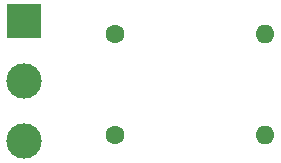
<source format=gbr>
%TF.GenerationSoftware,KiCad,Pcbnew,9.0.1*%
%TF.CreationDate,2025-05-02T23:13:34-05:00*%
%TF.ProjectId,Divisor pcb,44697669-736f-4722-9070-63622e6b6963,rev?*%
%TF.SameCoordinates,Original*%
%TF.FileFunction,Soldermask,Bot*%
%TF.FilePolarity,Negative*%
%FSLAX46Y46*%
G04 Gerber Fmt 4.6, Leading zero omitted, Abs format (unit mm)*
G04 Created by KiCad (PCBNEW 9.0.1) date 2025-05-02 23:13:34*
%MOMM*%
%LPD*%
G01*
G04 APERTURE LIST*
%ADD10R,3.000000X3.000000*%
%ADD11C,3.000000*%
%ADD12C,1.600000*%
%ADD13O,1.600000X1.600000*%
G04 APERTURE END LIST*
D10*
%TO.C,J1*%
X134000000Y-86420000D03*
D11*
X134000000Y-91500000D03*
X134000000Y-96580000D03*
%TD*%
D12*
%TO.C,R2*%
X141650000Y-96000000D03*
D13*
X154350000Y-96000000D03*
%TD*%
D12*
%TO.C,R1*%
X141650000Y-87500000D03*
D13*
X154350000Y-87500000D03*
%TD*%
M02*

</source>
